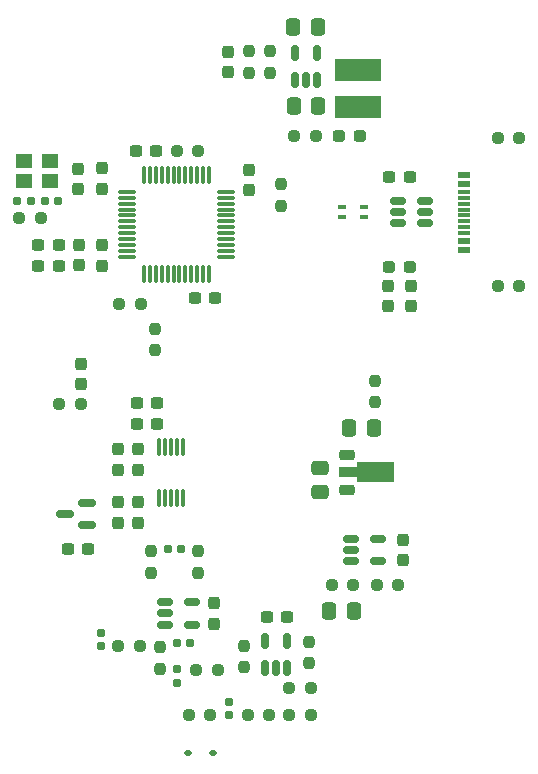
<source format=gbr>
%TF.GenerationSoftware,KiCad,Pcbnew,9.0.0*%
%TF.CreationDate,2025-02-25T08:09:40-06:00*%
%TF.ProjectId,Fatigue Test Board,46617469-6775-4652-9054-65737420426f,-*%
%TF.SameCoordinates,Original*%
%TF.FileFunction,Paste,Top*%
%TF.FilePolarity,Positive*%
%FSLAX46Y46*%
G04 Gerber Fmt 4.6, Leading zero omitted, Abs format (unit mm)*
G04 Created by KiCad (PCBNEW 9.0.0) date 2025-02-25 08:09:40*
%MOMM*%
%LPD*%
G01*
G04 APERTURE LIST*
G04 Aperture macros list*
%AMRoundRect*
0 Rectangle with rounded corners*
0 $1 Rounding radius*
0 $2 $3 $4 $5 $6 $7 $8 $9 X,Y pos of 4 corners*
0 Add a 4 corners polygon primitive as box body*
4,1,4,$2,$3,$4,$5,$6,$7,$8,$9,$2,$3,0*
0 Add four circle primitives for the rounded corners*
1,1,$1+$1,$2,$3*
1,1,$1+$1,$4,$5*
1,1,$1+$1,$6,$7*
1,1,$1+$1,$8,$9*
0 Add four rect primitives between the rounded corners*
20,1,$1+$1,$2,$3,$4,$5,0*
20,1,$1+$1,$4,$5,$6,$7,0*
20,1,$1+$1,$6,$7,$8,$9,0*
20,1,$1+$1,$8,$9,$2,$3,0*%
%AMFreePoly0*
4,1,9,3.862500,-0.866500,0.737500,-0.866500,0.737500,-0.450000,-0.737500,-0.450000,-0.737500,0.450000,0.737500,0.450000,0.737500,0.866500,3.862500,0.866500,3.862500,-0.866500,3.862500,-0.866500,$1*%
G04 Aperture macros list end*
%ADD10RoundRect,0.237500X0.300000X0.237500X-0.300000X0.237500X-0.300000X-0.237500X0.300000X-0.237500X0*%
%ADD11RoundRect,0.237500X-0.237500X0.287500X-0.237500X-0.287500X0.237500X-0.287500X0.237500X0.287500X0*%
%ADD12RoundRect,0.237500X-0.250000X-0.237500X0.250000X-0.237500X0.250000X0.237500X-0.250000X0.237500X0*%
%ADD13RoundRect,0.237500X-0.300000X-0.237500X0.300000X-0.237500X0.300000X0.237500X-0.300000X0.237500X0*%
%ADD14RoundRect,0.237500X-0.237500X0.300000X-0.237500X-0.300000X0.237500X-0.300000X0.237500X0.300000X0*%
%ADD15R,1.140000X0.600000*%
%ADD16R,1.140000X0.300000*%
%ADD17RoundRect,0.237500X0.237500X-0.300000X0.237500X0.300000X-0.237500X0.300000X-0.237500X-0.300000X0*%
%ADD18RoundRect,0.237500X-0.237500X0.250000X-0.237500X-0.250000X0.237500X-0.250000X0.237500X0.250000X0*%
%ADD19RoundRect,0.150000X-0.512500X-0.150000X0.512500X-0.150000X0.512500X0.150000X-0.512500X0.150000X0*%
%ADD20RoundRect,0.150000X0.587500X0.150000X-0.587500X0.150000X-0.587500X-0.150000X0.587500X-0.150000X0*%
%ADD21RoundRect,0.237500X0.250000X0.237500X-0.250000X0.237500X-0.250000X-0.237500X0.250000X-0.237500X0*%
%ADD22RoundRect,0.237500X-0.287500X-0.237500X0.287500X-0.237500X0.287500X0.237500X-0.287500X0.237500X0*%
%ADD23R,0.750000X0.400000*%
%ADD24RoundRect,0.155000X-0.212500X-0.155000X0.212500X-0.155000X0.212500X0.155000X-0.212500X0.155000X0*%
%ADD25RoundRect,0.250000X0.337500X0.475000X-0.337500X0.475000X-0.337500X-0.475000X0.337500X-0.475000X0*%
%ADD26R,1.400000X1.200000*%
%ADD27RoundRect,0.075000X-0.662500X-0.075000X0.662500X-0.075000X0.662500X0.075000X-0.662500X0.075000X0*%
%ADD28RoundRect,0.075000X-0.075000X-0.662500X0.075000X-0.662500X0.075000X0.662500X-0.075000X0.662500X0*%
%ADD29RoundRect,0.155000X0.155000X-0.212500X0.155000X0.212500X-0.155000X0.212500X-0.155000X-0.212500X0*%
%ADD30RoundRect,0.237500X0.237500X-0.250000X0.237500X0.250000X-0.237500X0.250000X-0.237500X-0.250000X0*%
%ADD31RoundRect,0.150000X0.150000X-0.512500X0.150000X0.512500X-0.150000X0.512500X-0.150000X-0.512500X0*%
%ADD32RoundRect,0.237500X0.287500X0.237500X-0.287500X0.237500X-0.287500X-0.237500X0.287500X-0.237500X0*%
%ADD33RoundRect,0.035000X0.105000X-0.700000X0.105000X0.700000X-0.105000X0.700000X-0.105000X-0.700000X0*%
%ADD34RoundRect,0.155000X-0.155000X0.212500X-0.155000X-0.212500X0.155000X-0.212500X0.155000X0.212500X0*%
%ADD35RoundRect,0.250000X0.475000X-0.337500X0.475000X0.337500X-0.475000X0.337500X-0.475000X-0.337500X0*%
%ADD36RoundRect,0.112500X-0.187500X-0.112500X0.187500X-0.112500X0.187500X0.112500X-0.187500X0.112500X0*%
%ADD37RoundRect,0.155000X0.212500X0.155000X-0.212500X0.155000X-0.212500X-0.155000X0.212500X-0.155000X0*%
%ADD38RoundRect,0.225000X-0.425000X-0.225000X0.425000X-0.225000X0.425000X0.225000X-0.425000X0.225000X0*%
%ADD39FreePoly0,0.000000*%
%ADD40R,4.000000X1.900000*%
G04 APERTURE END LIST*
D10*
%TO.C,C207*%
X128102500Y-81932500D03*
X129827500Y-81932500D03*
%TD*%
%TO.C,C206*%
X128102500Y-80182500D03*
X129827500Y-80182500D03*
%TD*%
D11*
%TO.C,L200*%
X131557500Y-81910000D03*
X131557500Y-80160000D03*
%TD*%
D12*
%TO.C,R300*%
X140827500Y-119932500D03*
X142652500Y-119932500D03*
%TD*%
D13*
%TO.C,C201*%
X136352500Y-72182500D03*
X138077500Y-72182500D03*
%TD*%
D14*
%TO.C,C307*%
X136577500Y-97470000D03*
X136577500Y-99195000D03*
%TD*%
D15*
%TO.C,J200*%
X164107500Y-80632500D03*
X164107500Y-79832500D03*
D16*
X164107500Y-78682500D03*
X164107500Y-77682500D03*
X164107500Y-77182500D03*
X164107500Y-76182500D03*
D15*
X164107500Y-74232500D03*
X164107500Y-75032500D03*
D16*
X164107500Y-75682500D03*
X164107500Y-76682500D03*
X164107500Y-78182500D03*
X164107500Y-79182500D03*
%TD*%
D17*
%TO.C,C310*%
X131690000Y-91982500D03*
X131690000Y-90257500D03*
%TD*%
D14*
%TO.C,C306*%
X134827500Y-97470000D03*
X134827500Y-99195000D03*
%TD*%
D18*
%TO.C,R306*%
X137627500Y-106127500D03*
X137627500Y-107952500D03*
%TD*%
D14*
%TO.C,C312*%
X134827500Y-101970000D03*
X134827500Y-103695000D03*
%TD*%
D18*
%TO.C,R304*%
X138385000Y-114252500D03*
X138385000Y-116077500D03*
%TD*%
D10*
%TO.C,C203*%
X143077500Y-84682500D03*
X141352500Y-84682500D03*
%TD*%
D19*
%TO.C,U301*%
X138860000Y-110415000D03*
X138860000Y-111365000D03*
X138860000Y-112315000D03*
X141135000Y-112315000D03*
X141135000Y-110415000D03*
%TD*%
D10*
%TO.C,C309*%
X138190000Y-93582500D03*
X136465000Y-93582500D03*
%TD*%
D14*
%TO.C,C205*%
X133465000Y-80207500D03*
X133465000Y-81932500D03*
%TD*%
D20*
%TO.C,U303*%
X132225000Y-103895000D03*
X132225000Y-101995000D03*
X130350000Y-102945000D03*
%TD*%
D14*
%TO.C,C313*%
X136577500Y-101970000D03*
X136577500Y-103695000D03*
%TD*%
D12*
%TO.C,R200*%
X167015000Y-83652500D03*
X168840000Y-83652500D03*
%TD*%
D14*
%TO.C,C102*%
X157677500Y-83652500D03*
X157677500Y-85377500D03*
%TD*%
D10*
%TO.C,C311*%
X132302500Y-105945000D03*
X130577500Y-105945000D03*
%TD*%
D21*
%TO.C,R203*%
X136790000Y-85182500D03*
X134965000Y-85182500D03*
%TD*%
D22*
%TO.C,D100*%
X153577500Y-70932500D03*
X155327500Y-70932500D03*
%TD*%
D23*
%TO.C,FL200*%
X155677500Y-77802500D03*
X155677500Y-77002500D03*
X153827500Y-77002500D03*
X153827500Y-77802500D03*
%TD*%
D19*
%TO.C,U201*%
X158540000Y-76452500D03*
X158540000Y-77402500D03*
X158540000Y-78352500D03*
X160815000Y-78352500D03*
X160815000Y-77402500D03*
X160815000Y-76452500D03*
%TD*%
D14*
%TO.C,C300*%
X142965000Y-110502500D03*
X142965000Y-112227500D03*
%TD*%
D24*
%TO.C,C301*%
X139817500Y-113915000D03*
X140952500Y-113915000D03*
%TD*%
D12*
%TO.C,R303*%
X141472500Y-116165000D03*
X143297500Y-116165000D03*
%TD*%
D25*
%TO.C,C106*%
X151740000Y-61682500D03*
X149665000Y-61682500D03*
%TD*%
D26*
%TO.C,Y200*%
X129065000Y-73082500D03*
X126865000Y-73082500D03*
X126865000Y-74782500D03*
X129065000Y-74782500D03*
%TD*%
D27*
%TO.C,U200*%
X135640000Y-75682500D03*
X135640000Y-76182500D03*
X135640000Y-76682500D03*
X135640000Y-77182500D03*
X135640000Y-77682500D03*
X135640000Y-78182500D03*
X135640000Y-78682500D03*
X135640000Y-79182500D03*
X135640000Y-79682500D03*
X135640000Y-80182500D03*
X135640000Y-80682500D03*
X135640000Y-81182500D03*
D28*
X137052500Y-82595000D03*
X137552500Y-82595000D03*
X138052500Y-82595000D03*
X138552500Y-82595000D03*
X139052500Y-82595000D03*
X139552500Y-82595000D03*
X140052500Y-82595000D03*
X140552500Y-82595000D03*
X141052500Y-82595000D03*
X141552500Y-82595000D03*
X142052500Y-82595000D03*
X142552500Y-82595000D03*
D27*
X143965000Y-81182500D03*
X143965000Y-80682500D03*
X143965000Y-80182500D03*
X143965000Y-79682500D03*
X143965000Y-79182500D03*
X143965000Y-78682500D03*
X143965000Y-78182500D03*
X143965000Y-77682500D03*
X143965000Y-77182500D03*
X143965000Y-76682500D03*
X143965000Y-76182500D03*
X143965000Y-75682500D03*
D28*
X142552500Y-74270000D03*
X142052500Y-74270000D03*
X141552500Y-74270000D03*
X141052500Y-74270000D03*
X140552500Y-74270000D03*
X140052500Y-74270000D03*
X139552500Y-74270000D03*
X139052500Y-74270000D03*
X138552500Y-74270000D03*
X138052500Y-74270000D03*
X137552500Y-74270000D03*
X137052500Y-74270000D03*
%TD*%
D29*
%TO.C,C302*%
X144240000Y-120000000D03*
X144240000Y-118865000D03*
%TD*%
D12*
%TO.C,R301*%
X145827500Y-119932500D03*
X147652500Y-119932500D03*
%TD*%
D18*
%TO.C,R310*%
X141627500Y-106127500D03*
X141627500Y-107952500D03*
%TD*%
D30*
%TO.C,R309*%
X145490000Y-115932500D03*
X145490000Y-114107500D03*
%TD*%
D12*
%TO.C,R307*%
X149340000Y-119932500D03*
X151165000Y-119932500D03*
%TD*%
%TO.C,R102*%
X152927500Y-108932500D03*
X154752500Y-108932500D03*
%TD*%
D31*
%TO.C,U102*%
X149802500Y-66207500D03*
X150752500Y-66207500D03*
X151702500Y-66207500D03*
X151702500Y-63932500D03*
X149802500Y-63932500D03*
%TD*%
D32*
%TO.C,L100*%
X159552500Y-82015000D03*
X157802500Y-82015000D03*
%TD*%
D21*
%TO.C,R311*%
X131690000Y-93620000D03*
X129865000Y-93620000D03*
%TD*%
D33*
%TO.C,U302*%
X138327500Y-101582500D03*
X138827500Y-101582500D03*
X139327500Y-101582500D03*
X139827500Y-101582500D03*
X140327500Y-101582500D03*
X140327500Y-97282500D03*
X139827500Y-97282500D03*
X139327500Y-97282500D03*
X138827500Y-97282500D03*
X138327500Y-97282500D03*
%TD*%
D10*
%TO.C,C210*%
X159540000Y-74402500D03*
X157815000Y-74402500D03*
%TD*%
D19*
%TO.C,U101*%
X154615000Y-105070000D03*
X154615000Y-106020000D03*
X154615000Y-106970000D03*
X156890000Y-106970000D03*
X156890000Y-105070000D03*
%TD*%
D34*
%TO.C,C303*%
X139885000Y-116097500D03*
X139885000Y-117232500D03*
%TD*%
D25*
%TO.C,C107*%
X151790000Y-68432500D03*
X149715000Y-68432500D03*
%TD*%
D24*
%TO.C,C305*%
X139060000Y-105877500D03*
X140195000Y-105877500D03*
%TD*%
D25*
%TO.C,C103*%
X156490000Y-95682500D03*
X154415000Y-95682500D03*
%TD*%
D17*
%TO.C,C204*%
X133465000Y-75407500D03*
X133465000Y-73682500D03*
%TD*%
D21*
%TO.C,R202*%
X141627500Y-72182500D03*
X139802500Y-72182500D03*
%TD*%
D13*
%TO.C,C314*%
X147465000Y-111682500D03*
X149190000Y-111682500D03*
%TD*%
D30*
%TO.C,R105*%
X147702500Y-65595000D03*
X147702500Y-63770000D03*
%TD*%
D21*
%TO.C,R204*%
X128290000Y-77932500D03*
X126465000Y-77932500D03*
%TD*%
D14*
%TO.C,C100*%
X159002500Y-105157500D03*
X159002500Y-106882500D03*
%TD*%
D18*
%TO.C,R100*%
X156590000Y-91682500D03*
X156590000Y-93507500D03*
%TD*%
D17*
%TO.C,C200*%
X131465000Y-75432500D03*
X131465000Y-73707500D03*
%TD*%
%TO.C,C108*%
X144202500Y-65545000D03*
X144202500Y-63820000D03*
%TD*%
D14*
%TO.C,C101*%
X159677500Y-83652500D03*
X159677500Y-85377500D03*
%TD*%
D18*
%TO.C,R103*%
X145952500Y-63770000D03*
X145952500Y-65595000D03*
%TD*%
D35*
%TO.C,C104*%
X151952500Y-101125000D03*
X151952500Y-99050000D03*
%TD*%
D24*
%TO.C,C209*%
X126310000Y-76432500D03*
X127445000Y-76432500D03*
%TD*%
D36*
%TO.C,D300*%
X140802500Y-123182500D03*
X142902500Y-123182500D03*
%TD*%
D25*
%TO.C,C105*%
X154790000Y-111182500D03*
X152715000Y-111182500D03*
%TD*%
D37*
%TO.C,C208*%
X129782500Y-76432500D03*
X128647500Y-76432500D03*
%TD*%
D31*
%TO.C,U300*%
X147290000Y-115957500D03*
X148240000Y-115957500D03*
X149190000Y-115957500D03*
X149190000Y-113682500D03*
X147290000Y-113682500D03*
%TD*%
D12*
%TO.C,R305*%
X134885000Y-114165000D03*
X136710000Y-114165000D03*
%TD*%
D38*
%TO.C,U100*%
X154252500Y-97932500D03*
D39*
X154340000Y-99432500D03*
D38*
X154252500Y-100932500D03*
%TD*%
D40*
%TO.C,L101*%
X155202500Y-65382500D03*
X155202500Y-68482500D03*
%TD*%
D12*
%TO.C,R201*%
X167015000Y-71152500D03*
X168840000Y-71152500D03*
%TD*%
D17*
%TO.C,C202*%
X145965000Y-75545000D03*
X145965000Y-73820000D03*
%TD*%
D18*
%TO.C,R312*%
X137965000Y-87270000D03*
X137965000Y-89095000D03*
%TD*%
D21*
%TO.C,R302*%
X151152500Y-117682500D03*
X149327500Y-117682500D03*
%TD*%
D18*
%TO.C,R205*%
X148665000Y-75020000D03*
X148665000Y-76845000D03*
%TD*%
D29*
%TO.C,C304*%
X133385000Y-114165000D03*
X133385000Y-113030000D03*
%TD*%
D18*
%TO.C,R308*%
X150990000Y-113770000D03*
X150990000Y-115595000D03*
%TD*%
D12*
%TO.C,R104*%
X149790000Y-70932500D03*
X151615000Y-70932500D03*
%TD*%
%TO.C,R101*%
X156765000Y-108932500D03*
X158590000Y-108932500D03*
%TD*%
D10*
%TO.C,C308*%
X138190000Y-95332500D03*
X136465000Y-95332500D03*
%TD*%
M02*

</source>
